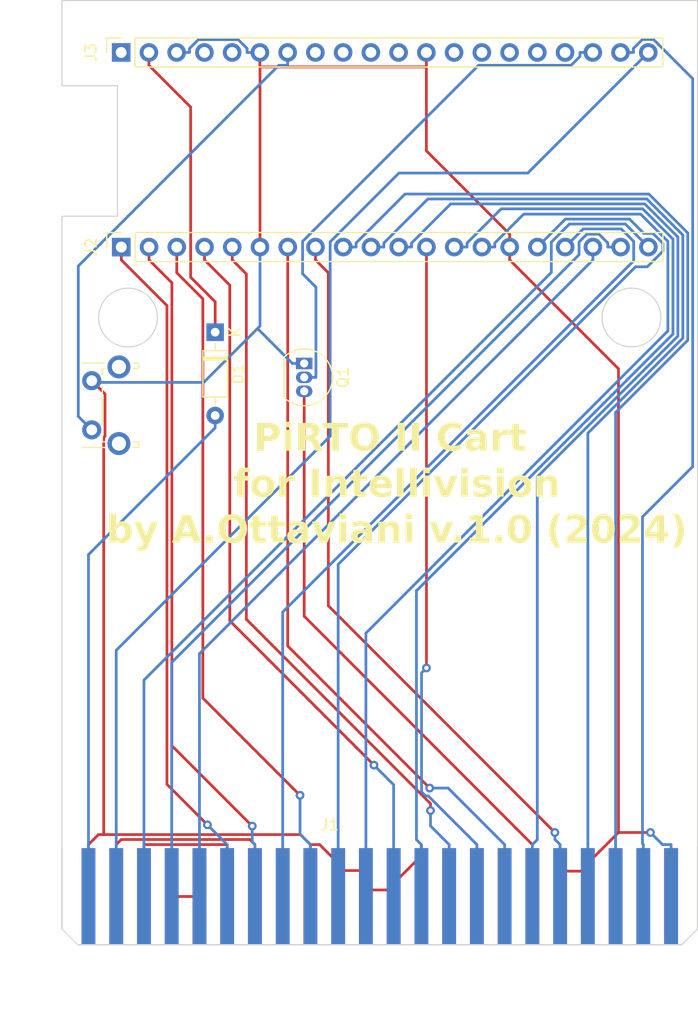
<source format=kicad_pcb>
(kicad_pcb (version 20240108) (generator "pcbnew") (generator_version "8.0")
  (layers (0 "F.Cu" signal) (31 "B.Cu" signal) (34 "B.Paste" user) (35 "F.Paste" user) (36 "B.SilkS" user "B.Silkscreen") (37 "F.SilkS" user "F.Silkscreen") (38 "B.Mask" user) (39 "F.Mask" user) (44 "Edge.Cuts" user))
  (net 0 "")
  (net 1 "+5V")
  (net 2 "GND")
  (net 3 "~{msync'}")
  (net 4 "d7'")
  (net 6 "d8'")
  (net 7 "d6'")
  (net 8 "d9'")
  (net 9 "d5'")
  (net 11 "d10'")
  (net 13 "d4'")
  (net 15 "d11'")
  (net 16 "d3'")
  (net 17 "d12'")
  (net 18 "d13'")
  (net 19 "d2'")
  (net 20 "d14'")
  (net 22 "d1'")
  (net 24 "d0'")
  (net 26 "d15'")
  (net 27 "Net-(J1-Pin_32)")
  (net 28 "bdir'")
  (net 29 "bc2'")
  (net 30 "bc1'")
  (net 31 "Net-(J1-Pin_34)")
  (net 32 "Net-(J1-Pin_36)")
  (net 33 "rst'")
  (net 34 "RST")
  (net 35 "Net-(D1-K)")
  (net 48 "Reset")
  (footprint "Connector_PinSocket_2.54mm:PinSocket_1x20_P2.54mm_Vertical" (layer "F.Cu") (at 94.33 128.55 90)
    (property "Reference" "J2" (at 0 -2.77 -90) (layer "F.SilkS"))
    (property "Value" "Conn_01x20" (hide yes))
    (fp_line (start 1.33 -1.33) (end 1.33 0) (stroke (width 0.12)) (layer "F.SilkS"))
    (fp_line (start 0 -1.33) (end 1.33 -1.33) (stroke (width 0.12)) (layer "F.SilkS"))
    (fp_line (start 1.33 1.27) (end 1.33 49.59) (stroke (width 0.12)) (layer "F.SilkS"))
    (fp_line (start -1.33 1.27) (end 1.33 1.27) (stroke (width 0.12)) (layer "F.SilkS"))
    (fp_line (start -1.33 1.27) (end -1.33 49.59) (stroke (width 0.12)) (layer "F.SilkS"))
    (fp_line (start -1.33 49.59) (end 1.33 49.59) (stroke (width 0.12)) (layer "F.SilkS"))
    (pad "1" thru_hole rect (at 0 0 90) (size 1.7 1.7) (drill 1) (layers "*.Cu" "*.Mask") (net 24 "d0'"))
    (pad "2" thru_hole oval (at 0 2.54 90) (size 1.7 1.7) (drill 1) (layers "*.Cu" "*.Mask") (net 22 "d1'"))
    (pad "3" thru_hole oval (at 0 5.08 90) (size 1.7 1.7) (drill 1) (layers "*.Cu" "*.Mask") (net 19 "d2'"))
    (pad "4" thru_hole oval (at 0 7.62 90) (size 1.7 1.7) (drill 1) (layers "*.Cu" "*.Mask") (net 16 "d3'"))
    (pad "5" thru_hole oval (at 0 10.16 90) (size 1.7 1.7) (drill 1) (layers "*.Cu" "*.Mask") (net 13 "d4'"))
    (pad "6" thru_hole oval (at 0 12.7 90) (size 1.7 1.7) (drill 1) (layers "*.Cu" "*.Mask") (net 2 "GND"))
    (pad "7" thru_hole oval (at 0 15.24 90) (size 1.7 1.7) (drill 1) (layers "*.Cu" "*.Mask") (net 9 "d5'"))
    (pad "8" thru_hole oval (at 0 17.78 90) (size 1.7 1.7) (drill 1) (layers "*.Cu" "*.Mask") (net 7 "d6'"))
    (pad "9" thru_hole oval (at 0 20.32 90) (size 1.7 1.7) (drill 1) (layers "*.Cu" "*.Mask") (net 4 "d7'"))
    (pad "10" thru_hole oval (at 0 22.86 90) (size 1.7 1.7) (drill 1) (layers "*.Cu" "*.Mask") (net 6 "d8'"))
    (pad "11" thru_hole oval (at 0 25.4 90) (size 1.7 1.7) (drill 1) (layers "*.Cu" "*.Mask") (net 8 "d9'"))
    (pad "12" thru_hole oval (at 0 27.94 90) (size 1.7 1.7) (drill 1) (layers "*.Cu" "*.Mask") (net 11 "d10'"))
    (pad "13" thru_hole oval (at 0 30.48 90) (size 1.7 1.7) (drill 1) (layers "*.Cu" "*.Mask") (net 15 "d11'"))
    (pad "14" thru_hole oval (at 0 33.02 90) (size 1.7 1.7) (drill 1) (layers "*.Cu" "*.Mask") (net 17 "d12'"))
    (pad "15" thru_hole oval (at 0 35.56 90) (size 1.7 1.7) (drill 1) (layers "*.Cu" "*.Mask") (net 2 "GND"))
    (pad "16" thru_hole oval (at 0 38.1 90) (size 1.7 1.7) (drill 1) (layers "*.Cu" "*.Mask") (net 18 "d13'"))
    (pad "17" thru_hole oval (at 0 40.64 90) (size 1.7 1.7) (drill 1) (layers "*.Cu" "*.Mask") (net 20 "d14'"))
    (pad "18" thru_hole oval (at 0 43.18 90) (size 1.7 1.7) (drill 1) (layers "*.Cu" "*.Mask") (net 26 "d15'"))
    (pad "19" thru_hole oval (at 0 45.72 90) (size 1.7 1.7) (drill 1) (layers "*.Cu" "*.Mask") (net 28 "bdir'"))
    (pad "20" thru_hole oval (at 0 48.26 90) (size 1.7 1.7) (drill 1) (layers "*.Cu" "*.Mask") (net 29 "bc2'"))
  )
  (footprint "Connector_PinSocket_2.54mm:PinSocket_1x20_P2.54mm_Vertical" (layer "F.Cu") (at 94.32 110.75 90)
    (property "Reference" "J3" (at 0 -2.77 -90) (layer "F.SilkS"))
    (property "Value" "Conn_01x20" (hide yes))
    (fp_line (start 1.33 -1.33) (end 1.33 0) (stroke (width 0.12)) (layer "F.SilkS"))
    (fp_line (start 0 -1.33) (end 1.33 -1.33) (stroke (width 0.12)) (layer "F.SilkS"))
    (fp_line (start 1.33 1.27) (end 1.33 49.59) (stroke (width 0.12)) (layer "F.SilkS"))
    (fp_line (start -1.33 1.27) (end 1.33 1.27) (stroke (width 0.12)) (layer "F.SilkS"))
    (fp_line (start -1.33 1.27) (end -1.33 49.59) (stroke (width 0.12)) (layer "F.SilkS"))
    (fp_line (start -1.33 49.59) (end 1.33 49.59) (stroke (width 0.12)) (layer "F.SilkS"))
    (pad "1" thru_hole rect (at 0 0 90) (size 1.7 1.7) (drill 1) (layers "*.Cu" "*.Mask"))
    (pad "2" thru_hole oval (at 0 2.54 90) (size 1.7 1.7) (drill 1) (layers "*.Cu" "*.Mask") (net 35 "Net-(D1-K)"))
    (pad "3" thru_hole oval (at 0 5.08 90) (size 1.7 1.7) (drill 1) (layers "*.Cu" "*.Mask") (net 2 "GND"))
    (pad "4" thru_hole oval (at 0 7.62 90) (size 1.7 1.7) (drill 1) (layers "*.Cu" "*.Mask"))
    (pad "5" thru_hole oval (at 0 10.16 90) (size 1.7 1.7) (drill 1) (layers "*.Cu" "*.Mask"))
    (pad "6" thru_hole oval (at 0 12.7 90) (size 1.7 1.7) (drill 1) (layers "*.Cu" "*.Mask") (net 2 "GND"))
    (pad "7" thru_hole oval (at 0 15.24 90) (size 1.7 1.7) (drill 1) (layers "*.Cu" "*.Mask") (net 34 "RST"))
    (pad "8" thru_hole oval (at 0 17.78 90) (size 1.7 1.7) (drill 1) (layers "*.Cu" "*.Mask"))
    (pad "9" thru_hole oval (at 0 20.32 90) (size 1.7 1.7) (drill 1) (layers "*.Cu" "*.Mask"))
    (pad "10" thru_hole oval (at 0 22.86 90) (size 1.7 1.7) (drill 1) (layers "*.Cu" "*.Mask"))
    (pad "11" thru_hole oval (at 0 25.4 90) (size 1.7 1.7) (drill 1) (layers "*.Cu" "*.Mask"))
    (pad "12" thru_hole oval (at 0 27.94 90) (size 1.7 1.7) (drill 1) (layers "*.Cu" "*.Mask") (net 2 "GND"))
    (pad "13" thru_hole oval (at 0 30.48 90) (size 1.7 1.7) (drill 1) (layers "*.Cu" "*.Mask"))
    (pad "14" thru_hole oval (at 0 33.02 90) (size 1.7 1.7) (drill 1) (layers "*.Cu" "*.Mask"))
    (pad "15" thru_hole oval (at 0 35.56 90) (size 1.7 1.7) (drill 1) (layers "*.Cu" "*.Mask"))
    (pad "16" thru_hole oval (at 0 38.1 90) (size 1.7 1.7) (drill 1) (layers "*.Cu" "*.Mask"))
    (pad "17" thru_hole oval (at 0 40.64 90) (size 1.7 1.7) (drill 1) (layers "*.Cu" "*.Mask"))
    (pad "18" thru_hole oval (at 0 43.18 90) (size 1.7 1.7) (drill 1) (layers "*.Cu" "*.Mask") (net 48 "Reset"))
    (pad "19" thru_hole oval (at 0 45.72 90) (size 1.7 1.7) (drill 1) (layers "*.Cu" "*.Mask") (net 3 "~{msync'}"))
    (pad "20" thru_hole oval (at 0 48.26 90) (size 1.7 1.7) (drill 1) (layers "*.Cu" "*.Mask") (net 30 "bc1'"))
  )
  (footprint "Diode_THT:D_DO-35_SOD27_P7.62mm_Horizontal" (layer "F.Cu") (at 102.925 136.34 -90)
    (property "Reference" "D1" (at 3.81 -2.12 90) (layer "F.SilkS"))
    (property "Value" "Diode " (hide yes))
    (fp_line (start 1.69 1.12) (end 5.93 1.12) (stroke (width 0.12)) (layer "F.SilkS"))
    (fp_line (start 5.93 1.12) (end 5.93 -1.12) (stroke (width 0.12)) (layer "F.SilkS"))
    (fp_line (start 1.04 0) (end 1.69 0) (stroke (width 0.12)) (layer "F.SilkS"))
    (fp_line (start 6.58 0) (end 5.93 0) (stroke (width 0.12)) (layer "F.SilkS"))
    (fp_line (start 1.69 -1.12) (end 1.69 1.12) (stroke (width 0.12)) (layer "F.SilkS"))
    (fp_line (start 2.29 -1.12) (end 2.29 1.12) (stroke (width 0.12)) (layer "F.SilkS"))
    (fp_line (start 2.41 -1.12) (end 2.41 1.12) (stroke (width 0.12)) (layer "F.SilkS"))
    (fp_line (start 2.53 -1.12) (end 2.53 1.12) (stroke (width 0.12)) (layer "F.SilkS"))
    (fp_line (start 5.93 -1.12) (end 1.69 -1.12) (stroke (width 0.12)) (layer "F.SilkS"))
    (fp_text user "K" (at 0 -1.8 90) (layer "F.SilkS"))
    (pad "1" thru_hole rect (at 0 0 270) (size 1.6 1.6) (drill 0.8) (layers "*.Cu" "*.Mask") (net 35 "Net-(D1-K)"))
    (pad "2" thru_hole oval (at 7.62 0 270) (size 1.6 1.6) (drill 0.8) (layers "*.Cu" "*.Mask") (net 1 "+5V"))
  )
  (footprint "Package_TO_SOT_THT:TO-92_Inline" (layer "F.Cu") (at 111.075 139.2 -90)
    (property "Reference" "Q1" (at 1.27 -3.56 90) (layer "F.SilkS"))
    (property "Value" "BC547")
    (fp_line (start -0.53 1.85) (end 3.07 1.85) (stroke (width 0.12)) (layer "F.SilkS"))
    (fp_arc (start -0.568478 1.838478) (mid -1.132087 -0.994977) (end 1.27 -2.6) (stroke (width 0.12)) (layer "F.SilkS"))
    (fp_arc (start 1.27 -2.6) (mid 3.672087 -0.994977) (end 3.108478 1.838478) (stroke (width 0.12)) (layer "F.SilkS"))
    (pad "1" thru_hole rect (at 0 0 270) (size 1.05 1.5) (drill 0.75) (layers "*.Cu" "*.Mask") (net 2 "GND"))
    (pad "2" thru_hole oval (at 1.27 0 270) (size 1.05 1.5) (drill 0.75) (layers "*.Cu" "*.Mask") (net 48 "Reset"))
    (pad "3" thru_hole oval (at 2.54 0 270) (size 1.05 1.5) (drill 0.75) (layers "*.Cu" "*.Mask") (net 33 "rst'"))
  )
  (footprint "Button_Switch_THT:SW_Tactile_SPST_Angled_PTS645Vx83-2LFS" (layer "F.Cu") (at 91.625 145.275 90)
    (property "Reference" "SW1" (hide yes))
    (property "Value" "SW_Push" (hide yes))
    (fp_line (start 6.11 -0.9) (end 6.11 1.2) (stroke (width 0.12)) (layer "F.SilkS"))
    (fp_line (start -1.61 -0.9) (end -1.61 1.2) (stroke (width 0.12)) (layer "F.SilkS"))
    (fp_line (start 5.59 0.97) (end 5.59 1.2) (stroke (width 0.12)) (layer "F.SilkS"))
    (fp_line (start 5.05 0.97) (end 5.59 0.97) (stroke (width 0.12)) (layer "F.SilkS"))
    (fp_line (start 0.55 0.97) (end 3.95 0.97) (stroke (width 0.12)) (layer "F.SilkS"))
    (fp_line (start -1.09 0.97) (end -0.55 0.97) (stroke (width 0.12)) (layer "F.SilkS"))
    (fp_line (start -1.09 0.97) (end -1.09 1.2) (stroke (width 0.12)) (layer "F.SilkS"))
    (fp_line (start 6.11 3.8) (end 6.11 4.31) (stroke (width 0.12)) (layer "F.SilkS"))
    (fp_line (start 5.59 3.8) (end 5.59 4.31) (stroke (width 0.12)) (layer "F.SilkS"))
    (fp_line (start -1.09 3.8) (end -1.09 4.31) (stroke (width 0.12)) (layer "F.SilkS"))
    (fp_line (start -1.61 3.8) (end -1.61 4.31) (stroke (width 0.12)) (layer "F.SilkS"))
    (fp_line (start 5.59 4.31) (end 6.11 4.31) (stroke (width 0.12)) (layer "F.SilkS"))
    (fp_line (start -1.61 4.31) (end -1.09 4.31) (stroke (width 0.12)) (layer "F.SilkS"))
    (pad "" thru_hole circle (at -1.25 2.49 90) (size 2.1 2.1) (drill 1.3) (layers "*.Cu" "*.Mask"))
    (pad "" thru_hole circle (at 5.76 2.49 90) (size 2.1 2.1) (drill 1.3) (layers "*.Cu" "*.Mask"))
    (pad "1" thru_hole circle (at 0 0 90) (size 1.75 1.75) (drill 0.99) (layers "*.Cu" "*.Mask") (net 34 "RST"))
    (pad "2" thru_hole circle (at 4.5 0 90) (size 1.75 1.75) (drill 0.99) (layers "*.Cu" "*.Mask") (net 2 "GND"))
  )
  (footprint "Evan's misc parts:edge mounted 44 pin card edge connector (2x22 pin)" (layer "F.Cu") (at 88.9 183.54)
    (property "Reference" "J1" (at 24.5 -2.14 0) (layer "F.SilkS"))
    (property "Value" "2x22 card edge connector")
    (fp_line (start 0 7.39) (end 0 0) (stroke (width 0.12)) (layer "Edge.Cuts"))
    (fp_line (start 0 7.39) (end 1.45 8.84) (stroke (width 0.12)) (layer "Edge.Cuts"))
    (fp_line (start 56.7414 8.84) (end 1.45 8.84) (stroke (width 0.12)) (layer "Edge.Cuts"))
    (fp_line (start 58.1914 7.39) (end 56.7414 8.84) (stroke (width 0.12)) (layer "Edge.Cuts"))
    (fp_line (start 58.1914 7.39) (end 58.1914 0) (stroke (width 0.12)) (layer "Edge.Cuts"))
    (pad "1" connect rect (at 55.7657 4.42) (size 1.27 8.84) (layers "B.Cu" "B.Mask") (net 2 "GND"))
    (pad "2" connect rect (at 55.7657 4.42) (size 1.27 8.84) (layers "F.Cu" "F.Mask"))
    (pad "3" connect rect (at 53.2257 4.42) (size 1.27 8.84) (layers "B.Cu" "B.Mask") (net 3 "~{msync'}"))
    (pad "4" connect rect (at 53.2257 4.42) (size 1.27 8.84) (layers "F.Cu" "F.Mask"))
    (pad "5" connect rect (at 50.6857 4.42) (size 1.27 8.84) (layers "B.Cu" "B.Mask") (net 4 "d7'"))
    (pad "6" connect rect (at 50.6857 4.42) (size 1.27 8.84) (layers "F.Cu" "F.Mask"))
    (pad "7" connect rect (at 48.1457 4.42) (size 1.27 8.84) (layers "B.Cu" "B.Mask") (net 6 "d8'"))
    (pad "8" connect rect (at 48.1457 4.42) (size 1.27 8.84) (layers "F.Cu" "F.Mask") (net 2 "GND"))
    (pad "9" connect rect (at 45.6057 4.42) (size 1.27 8.84) (layers "B.Cu" "B.Mask") (net 7 "d6'"))
    (pad "10" connect rect (at 45.6057 4.42) (size 1.27 8.84) (layers "F.Cu" "F.Mask") (net 2 "GND"))
    (pad "11" connect rect (at 43.0657 4.42) (size 1.27 8.84) (layers "B.Cu" "B.Mask") (net 8 "d9'"))
    (pad "12" connect rect (at 43.0657 4.42) (size 1.27 8.84) (layers "F.Cu" "F.Mask") (net 33 "rst'"))
    (pad "13" connect rect (at 40.5257 4.42) (size 1.27 8.84) (layers "B.Cu" "B.Mask") (net 9 "d5'"))
    (pad "14" connect rect (at 40.5257 4.42) (size 1.27 8.84) (layers "F.Cu" "F.Mask"))
    (pad "15" connect rect (at 37.9857 4.42) (size 1.27 8.84) (layers "B.Cu" "B.Mask") (net 11 "d10'"))
    (pad "16" connect rect (at 37.9857 4.42) (size 1.27 8.84) (layers "F.Cu" "F.Mask"))
    (pad "17" connect rect (at 35.4457 4.42) (size 1.27 8.84) (layers "B.Cu" "B.Mask") (net 13 "d4'"))
    (pad "18" connect rect (at 35.4457 4.42) (size 1.27 8.84) (layers "F.Cu" "F.Mask"))
    (pad "19" connect rect (at 32.9057 4.42) (size 1.27 8.84) (layers "B.Cu" "B.Mask") (net 15 "d11'"))
    (pad "20" connect rect (at 32.9057 4.42) (size 1.27 8.84) (layers "F.Cu" "F.Mask") (net 2 "GND"))
    (pad "21" connect rect (at 30.3657 4.42) (size 1.27 8.84) (layers "B.Cu" "B.Mask") (net 16 "d3'"))
    (pad "22" connect rect (at 30.3657 4.42) (size 1.27 8.84) (layers "F.Cu" "F.Mask") (net 2 "GND"))
    (pad "23" connect rect (at 27.8257 4.42) (size 1.27 8.84) (layers "B.Cu" "B.Mask") (net 17 "d12'"))
    (pad "24" connect rect (at 27.8257 4.42) (size 1.27 8.84) (layers "F.Cu" "F.Mask") (net 2 "GND"))
    (pad "25" connect rect (at 25.2857 4.42) (size 1.27 8.84) (layers "B.Cu" "B.Mask") (net 18 "d13'"))
    (pad "26" connect rect (at 25.2857 4.42) (size 1.27 8.84) (layers "F.Cu" "F.Mask") (net 2 "GND"))
    (pad "27" connect rect (at 22.7457 4.42) (size 1.27 8.84) (layers "B.Cu" "B.Mask") (net 19 "d2'"))
    (pad "28" connect rect (at 22.7457 4.42) (size 1.27 8.84) (layers "F.Cu" "F.Mask") (net 2 "GND"))
    (pad "29" connect rect (at 20.2057 4.42) (size 1.27 8.84) (layers "B.Cu" "B.Mask") (net 20 "d14'"))
    (pad "30" connect rect (at 20.2057 4.42) (size 1.27 8.84) (layers "F.Cu" "F.Mask"))
    (pad "31" connect rect (at 17.6657 4.42) (size 1.27 8.84) (layers "B.Cu" "B.Mask") (net 22 "d1'"))
    (pad "32" connect rect (at 17.6657 4.42) (size 1.27 8.84) (layers "F.Cu" "F.Mask") (net 27 "Net-(J1-Pin_32)"))
    (pad "33" connect rect (at 15.1257 4.42) (size 1.27 8.84) (layers "B.Cu" "B.Mask") (net 24 "d0'"))
    (pad "34" connect rect (at 15.1257 4.42) (size 1.27 8.84) (layers "F.Cu" "F.Mask") (net 31 "Net-(J1-Pin_34)"))
    (pad "35" connect rect (at 12.5857 4.42) (size 1.27 8.84) (layers "B.Cu" "B.Mask") (net 26 "d15'"))
    (pad "36" connect rect (at 12.5857 4.42) (size 1.27 8.84) (layers "F.Cu" "F.Mask") (net 32 "Net-(J1-Pin_36)"))
    (pad "37" connect rect (at 10.0457 4.42) (size 1.27 8.84) (layers "B.Cu" "B.Mask") (net 28 "bdir'"))
    (pad "38" connect rect (at 10.0457 4.42) (size 1.27 8.84) (layers "F.Cu" "F.Mask") (net 32 "Net-(J1-Pin_36)"))
    (pad "39" connect rect (at 7.5057 4.42) (size 1.27 8.84) (layers "B.Cu" "B.Mask") (net 29 "bc2'"))
    (pad "40" connect rect (at 7.5057 4.42) (size 1.27 8.84) (layers "F.Cu" "F.Mask") (net 31 "Net-(J1-Pin_34)"))
    (pad "41" connect rect (at 4.9657 4.42) (size 1.27 8.84) (layers "B.Cu" "B.Mask") (net 30 "bc1'"))
    (pad "42" connect rect (at 4.9657 4.42) (size 1.27 8.84) (layers "F.Cu" "F.Mask") (net 27 "Net-(J1-Pin_32)"))
    (pad "43" connect rect (at 2.4257 4.42) (size 1.27 8.84) (layers "B.Cu" "B.Mask") (net 1 "+5V"))
    (pad "44" connect rect (at 2.4257 4.42) (size 1.27 8.84) (layers "F.Cu" "F.Mask") (net 2 "GND"))
  )
  (gr_line (start 88.9 113.792) (end 93.98 113.792) (stroke (width 0.1)) (layer "Edge.Cuts"))
  (gr_line (start 147.0914 183.54) (end 147.0914 106) (stroke (width 0.1)) (layer "Edge.Cuts"))
  (gr_circle (center 94.94866 135) (end 97.63696 135) (stroke (width 0.1)) (fill none) (layer "Edge.Cuts"))
  (gr_line (start 88.9 125.73) (end 88.9 183.54) (stroke (width 0.1)) (layer "Edge.Cuts"))
  (gr_line (start 88.9 106) (end 88.9 113.792) (stroke (width 0.1)) (layer "Edge.Cuts"))
  (gr_circle (center 141.04274 135) (end 143.73104 135) (stroke (width 0.1)) (fill none) (layer "Edge.Cuts"))
  (gr_line (start 93.98 113.792) (end 93.98 125.73) (stroke (width 0.1)) (layer "Edge.Cuts"))
  (gr_line (start 93.98 125.73) (end 88.9 125.73) (stroke (width 0.1)) (layer "Edge.Cuts"))
  (gr_line (start 147.0914 106) (end 88.9 106) (stroke (width 0.1)) (layer "Edge.Cuts"))
  (gr_text "PiRTO II Cart \nfor Intellivision\nby A.Ottaviani v.1.0 (2024)" (at 119.55 150.35 0) (layer "F.SilkS") (effects (font (size 2.5 2.5) (thickness 0.5) (bold yes))))
  (segment (start 91.3257 187.96) (end 91.3257 156.686) (width 0.25) (layer "B.Cu") (net 1))
  (segment (start 91.3257 156.686) (end 102.925 145.0867) (width 0.25) (layer "B.Cu") (net 1))
  (segment (start 102.925 143.96) (end 102.925 145.0867) (width 0.25) (layer "B.Cu") (net 1))
  (segment (start 122.26 112.073) (end 107.03 112.073) (width 0.25) (layer "F.Cu") (net 2))
  (segment (start 116.7257 185.5866) (end 114.1857 185.5866) (width 0.25) (layer "F.Cu") (net 2))
  (segment (start 119.2657 187.3645) (end 119.2657 186.769) (width 0.25) (layer "F.Cu") (net 2))
  (segment (start 122.26 111.8133) (end 122.26 112.073) (width 0.25) (layer "F.Cu") (net 2))
  (segment (start 129.89 128.55) (end 129.89 127.3733) (width 0.25) (layer "F.Cu") (net 2))
  (segment (start 122.26 110.75) (end 122.26 111.8133) (width 0.25) (layer "F.Cu") (net 2))
  (segment (start 111.6457 187.96) (end 111.6457 183.2133) (width 0.25) (layer "F.Cu") (net 2))
  (segment (start 110.7303 182.2979) (end 92.7221 182.2979) (width 0.25) (layer "F.Cu") (net 2))
  (segment (start 119.2657 186.769) (end 121.8056 184.2291) (width 0.25) (layer "F.Cu") (net 2))
  (segment (start 112.4872 183.2133) (end 111.6457 183.2133) (width 0.25) (layer "F.Cu") (net 2))
  (segment (start 107.03 127.3733) (end 107.03 112.073) (width 0.25) (layer "F.Cu") (net 2))
  (segment (start 121.8056 184.2291) (end 121.8056 183.3099) (width 0.25) (layer "F.Cu") (net 2))
  (segment (start 114.1857 184.9118) (end 112.4872 183.2133) (width 0.25) (layer "F.Cu") (net 2))
  (segment (start 139.8508 182.1067) (end 137.0457 184.9118) (width 0.25) (layer "F.Cu") (net 2))
  (segment (start 122.26 112.073) (end 122.26 119.7433) (width 0.25) (layer "F.Cu") (net 2))
  (segment (start 119.2657 187.3645) (end 116.7257 187.3645) (width 0.25) (layer "F.Cu") (net 2))
  (segment (start 111.6457 183.2133) (end 110.7303 182.2979) (width 0.25) (layer "F.Cu") (net 2))
  (segment (start 122.26 119.7433) (end 129.89 127.3733) (width 0.25) (layer "F.Cu") (net 2))
  (segment (start 142.775 182.1067) (end 139.8508 182.1067) (width 0.25) (layer "F.Cu") (net 2))
  (segment (start 137.0457 185.6433) (end 134.5057 185.6433) (width 0.25) (layer "F.Cu") (net 2))
  (segment (start 121.8056 183.3099) (end 121.8057 183.3099) (width 0.25) (layer "F.Cu") (net 2))
  (segment (start 92.2411 182.2979) (end 91.3257 183.2133) (width 0.25) (layer "F.Cu") (net 2))
  (segment (start 114.1857 187.96) (end 114.1857 185.5866) (width 0.25) (layer "F.Cu") (net 2))
  (segment (start 139.8508 139.6875) (end 139.8508 182.1067) (width 0.25) (layer "F.Cu") (net 2))
  (segment (start 107.03 128.55) (end 107.03 127.3733) (width 0.25) (layer "F.Cu") (net 2))
  (segment (start 137.0457 184.9118) (end 137.0457 185.6433) (width 0.25) (layer "F.Cu") (net 2))
  (segment (start 119.2657 187.96) (end 119.2657 187.3645) (width 0.25) (layer "F.Cu") (net 2))
  (segment (start 107.02 112.063) (end 107.02 110.75) (width 0.25) (layer "F.Cu") (net 2))
  (segment (start 134.5057 187.96) (end 134.5057 185.6433) (width 0.25) (layer "F.Cu") (net 2))
  (segment (start 114.1857 185.5866) (end 114.1857 184.9118) (width 0.25) (layer "F.Cu") (net 2))
  (segment (start 92.7221 145.9709) (end 92.8411 145.8519) (width 0.25) (layer "F.Cu") (net 2))
  (segment (start 129.89 129.7267) (end 139.8508 139.6875) (width 0.25) (layer "F.Cu") (net 2))
  (segment (start 121.8057 187.96) (end 121.8057 183.3099) (width 0.25) (layer "F.Cu") (net 2))
  (segment (start 137.0457 185.6433) (end 137.0457 187.96) (width 0.25) (layer "F.Cu") (net 2))
  (segment (start 129.89 128.55) (end 129.89 129.7267) (width 0.25) (layer "F.Cu") (net 2))
  (segment (start 116.7257 187.3645) (end 116.7257 185.5866) (width 0.25) (layer "F.Cu") (net 2))
  (segment (start 92.7221 182.2979) (end 92.7221 145.9709) (width 0.25) (layer "F.Cu") (net 2))
  (segment (start 91.3257 187.96) (end 91.3257 183.2133) (width 0.25) (layer "F.Cu") (net 2))
  (segment (start 92.8411 141.9911) (end 91.625 140.775) (width 0.25) (layer "F.Cu") (net 2))
  (segment (start 107.03 112.073) (end 107.02 112.063) (width 0.25) (layer "F.Cu") (net 2))
  (segment (start 116.7257 187.96) (end 116.7257 187.3645) (width 0.25) (layer "F.Cu") (net 2))
  (segment (start 92.7221 182.2979) (end 92.2411 182.2979) (width 0.25) (layer "F.Cu") (net 2))
  (segment (start 92.8411 145.8519) (end 92.8411 141.9911) (width 0.25) (layer "F.Cu") (net 2))
  (via (at 142.775 182.1067) (size 0.8) (drill 0.4) (layers "F.Cu" "B.Cu") (net 2))
  (segment (start 144.6657 187.96) (end 144.6657 183.2133) (width 0.25) (layer "B.Cu") (net 2))
  (segment (start 107.02 110.75) (end 105.8433 110.75) (width 0.25) (layer "B.Cu") (net 2))
  (segment (start 106.8041 136.0057) (end 109.9983 139.2) (width 0.25) (layer "B.Cu") (net 2))
  (segment (start 105.0343 109.5733) (end 101.3856 109.5733) (width 0.25) (layer "B.Cu") (net 2))
  (segment (start 107.03 135.7798) (end 107.03 128.55) (width 0.25) (layer "B.Cu") (net 2))
  (segment (start 143.8816 183.2133) (end 142.775 182.1067) (width 0.25) (layer "B.Cu") (net 2))
  (segment (start 101.3856 109.5733) (end 100.5767 110.3822) (width 0.25) (layer "B.Cu") (net 2))
  (segment (start 99.4 110.75) (end 100.5767 110.75) (width 0.25) (layer "B.Cu") (net 2))
  (segment (start 105.8433 110.3823) (end 105.0343 109.5733) (width 0.25) (layer "B.Cu") (net 2))
  (segment (start 91.625 140.775) (end 91.7792 140.9292) (width 0.25) (layer "B.Cu") (net 2))
  (segment (start 144.6657 183.2133) (end 143.8816 183.2133) (width 0.25) (layer "B.Cu") (net 2))
  (segment (start 100.5767 110.3822) (end 100.5767 110.75) (width 0.25) (layer "B.Cu") (net 2))
  (segment (start 111.075 139.2) (end 109.9983 139.2) (width 0.25) (layer "B.Cu") (net 2))
  (segment (start 106.8041 136.0057) (end 107.03 135.7798) (width 0.25) (layer "B.Cu") (net 2))
  (segment (start 91.7792 140.9292) (end 101.8806 140.9292) (width 0.25) (layer "B.Cu") (net 2))
  (segment (start 105.8433 110.75) (end 105.8433 110.3823) (width 0.25) (layer "B.Cu") (net 2))
  (segment (start 101.8806 140.9292) (end 106.8041 136.0057) (width 0.25) (layer "B.Cu") (net 2))
  (segment (start 143.0614 109.5631) (end 142.0378 109.5631) (width 0.25) (layer "B.Cu") (net 3))
  (segment (start 146.6451 148.6321) (end 146.6451 113.1468) (width 0.25) (layer "B.Cu") (net 3))
  (segment (start 142.0378 109.5631) (end 141.2167 110.3842) (width 0.25) (layer "B.Cu") (net 3))
  (segment (start 146.6451 113.1468) (end 143.0614 109.5631) (width 0.25) (layer "B.Cu") (net 3))
  (segment (start 142.1257 187.96) (end 142.1257 183.2133) (width 0.25) (layer "B.Cu") (net 3))
  (segment (start 142.1257 183.2133) (end 142.0483 183.1359) (width 0.25) (layer "B.Cu") (net 3))
  (segment (start 142.0483 183.1359) (end 142.0483 153.2289) (width 0.25) (layer "B.Cu") (net 3))
  (segment (start 140.04 110.75) (end 141.2167 110.75) (width 0.25) (layer "B.Cu") (net 3))
  (segment (start 142.0483 153.2289) (end 146.6451 148.6321) (width 0.25) (layer "B.Cu") (net 3))
  (segment (start 141.2167 110.3842) (end 141.2167 110.75) (width 0.25) (layer "B.Cu") (net 3))
  (segment (start 142.6307 123.7004) (end 146.1934 127.2631) (width 0.25) (layer "B.Cu") (net 4))
  (segment (start 146.1934 137.072) (end 139.5857 143.6797) (width 0.25) (layer "B.Cu") (net 4))
  (segment (start 139.5857 143.6797) (end 139.5857 183.2133) (width 0.25) (layer "B.Cu") (net 4))
  (segment (start 146.1934 127.2631) (end 146.1934 137.072) (width 0.25) (layer "B.Cu") (net 4))
  (segment (start 115.8267 128.1823) (end 120.3086 123.7004) (width 0.25) (layer "B.Cu") (net 4))
  (segment (start 115.8267 128.55) (end 115.8267 128.1823) (width 0.25) (layer "B.Cu") (net 4))
  (segment (start 120.3086 123.7004) (end 142.6307 123.7004) (width 0.25) (layer "B.Cu") (net 4))
  (segment (start 139.5857 187.96) (end 139.5857 183.2133) (width 0.25) (layer "B.Cu") (net 4))
  (segment (start 114.65 128.55) (end 115.8267 128.55) (width 0.25) (layer "B.Cu") (net 4))
  (segment (start 118.3667 128.1822) (end 118.3667 128.55) (width 0.25) (layer "B.Cu") (net 6))
  (segment (start 137.0457 187.96) (end 137.0457 183.2133) (width 0.25) (layer "B.Cu") (net 6))
  (segment (start 142.4436 124.1521) (end 122.3968 124.1521) (width 0.25) (layer "B.Cu") (net 6))
  (segment (start 145.7417 127.4502) (end 142.4436 124.1521) (width 0.25) (layer "B.Cu") (net 6))
  (segment (start 145.7417 136.8849) (end 145.7417 127.4502) (width 0.25) (layer "B.Cu") (net 6))
  (segment (start 137.0457 145.5809) (end 145.7417 136.8849) (width 0.25) (layer "B.Cu") (net 6))
  (segment (start 137.0457 183.2133) (end 137.0457 145.5809) (width 0.25) (layer "B.Cu") (net 6))
  (segment (start 117.19 128.55) (end 118.3667 128.55) (width 0.25) (layer "B.Cu") (net 6))
  (segment (start 122.3968 124.1521) (end 118.3667 128.1822) (width 0.25) (layer "B.Cu") (net 6))
  (segment (start 113.2867 161.3654) (end 113.2867 130.9034) (width 0.25) (layer "F.Cu") (net 7))
  (segment (start 134.028 182.1067) (end 113.2867 161.3654) (width 0.25) (layer "F.Cu") (net 7))
  (segment (start 112.11 128.55) (end 112.11 129.7267) (width 0.25) (layer "F.Cu") (net 7))
  (segment (start 113.2867 130.9034) (end 112.11 129.7267) (width 0.25) (layer "F.Cu") (net 7))
  (via (at 134.028 182.1067) (size 0.8) (drill 0.4) (layers "F.Cu" "B.Cu") (net 7))
  (segment (start 134.5057 187.96) (end 134.5057 183.2133) (width 0.25) (layer "B.Cu") (net 7))
  (segment (start 134.028 182.7356) (end 134.028 182.1067) (width 0.25) (layer "B.Cu") (net 7))
  (segment (start 134.5057 183.2133) (end 134.028 182.7356) (width 0.25) (layer "B.Cu") (net 7))
  (segment (start 119.73 128.55) (end 120.9067 128.55) (width 0.25) (layer "B.Cu") (net 8))
  (segment (start 124.4851 124.6038) (end 120.9067 128.1822) (width 0.25) (layer "B.Cu") (net 8))
  (segment (start 131.9657 183.2133) (end 132.4174 182.7616) (width 0.25) (layer "B.Cu") (net 8))
  (segment (start 132.4174 182.7616) (end 132.4174 149.5704) (width 0.25) (layer "B.Cu") (net 8))
  (segment (start 132.4174 149.5704) (end 145.29 136.6978) (width 0.25) (layer "B.Cu") (net 8))
  (segment (start 142.2565 124.6038) (end 124.4851 124.6038) (width 0.25) (layer "B.Cu") (net 8))
  (segment (start 120.9067 128.1822) (end 120.9067 128.55) (width 0.25) (layer "B.Cu") (net 8))
  (segment (start 145.29 136.6978) (end 145.29 127.6373) (width 0.25) (layer "B.Cu") (net 8))
  (segment (start 131.9657 187.96) (end 131.9657 183.2133) (width 0.25) (layer "B.Cu") (net 8))
  (segment (start 145.29 127.6373) (end 142.2565 124.6038) (width 0.25) (layer "B.Cu") (net 8))
  (segment (start 109.57 128.55) (end 109.57 165.0472) (width 0.25) (layer "F.Cu") (net 9))
  (segment (start 109.57 165.0472) (end 122.5644 178.0416) (width 0.25) (layer "F.Cu") (net 9))
  (via (at 122.5644 178.0416) (size 0.8) (drill 0.4) (layers "F.Cu" "B.Cu") (net 9))
  (segment (start 129.4257 183.2133) (end 124.254 178.0416) (width 0.25) (layer "B.Cu") (net 9))
  (segment (start 129.4257 187.96) (end 129.4257 183.2133) (width 0.25) (layer "B.Cu") (net 9))
  (segment (start 124.254 178.0416) (end 122.5644 178.0416) (width 0.25) (layer "B.Cu") (net 9))
  (segment (start 122.27 167.0568) (end 122.27 128.55) (width 0.25) (layer "F.Cu") (net 11))
  (via (at 122.27 167.0568) (size 0.8) (drill 0.4) (layers "F.Cu" "B.Cu") (net 11))
  (segment (start 126.8857 183.2133) (end 122.4408 178.7684) (width 0.25) (layer "B.Cu") (net 11))
  (segment (start 122.4408 178.7684) (end 122.1999 178.7684) (width 0.25) (layer "B.Cu") (net 11))
  (segment (start 121.8217 178.3902) (end 121.8217 167.5051) (width 0.25) (layer "B.Cu") (net 11))
  (segment (start 126.8857 187.96) (end 126.8857 183.2133) (width 0.25) (layer "B.Cu") (net 11))
  (segment (start 121.8217 167.5051) (end 122.27 167.0568) (width 0.25) (layer "B.Cu") (net 11))
  (segment (start 122.1999 178.7684) (end 121.8217 178.3902) (width 0.25) (layer "B.Cu") (net 11))
  (segment (start 104.49 128.55) (end 104.49 129.7267) (width 0.25) (layer "F.Cu") (net 13))
  (segment (start 104.49 129.7267) (end 105.7784 131.0151) (width 0.25) (layer "F.Cu") (net 13))
  (segment (start 122.6405 179.4605) (end 122.6405 180.1016) (width 0.25) (layer "F.Cu") (net 13))
  (segment (start 105.7784 131.0151) (end 105.7784 162.5984) (width 0.25) (layer "F.Cu") (net 13))
  (segment (start 105.7784 162.5984) (end 122.6405 179.4605) (width 0.25) (layer "F.Cu") (net 13))
  (via (at 122.6405 180.1016) (size 0.8) (drill 0.4) (layers "F.Cu" "B.Cu") (net 13))
  (segment (start 122.6406 181.5082) (end 122.6406 180.1016) (width 0.25) (layer "B.Cu") (net 13))
  (segment (start 122.6406 180.1016) (end 122.6405 180.1016) (width 0.25) (layer "B.Cu") (net 13))
  (segment (start 124.3457 183.2133) (end 122.6406 181.5082) (width 0.25) (layer "B.Cu") (net 13))
  (segment (start 124.3457 187.96) (end 124.3457 183.2133) (width 0.25) (layer "B.Cu") (net 13))
  (segment (start 121.3525 159.9965) (end 121.3525 182.7601) (width 0.25) (layer "B.Cu") (net 15))
  (segment (start 144.8383 136.5107) (end 121.3525 159.9965) (width 0.25) (layer "B.Cu") (net 15))
  (segment (start 121.8057 187.96) (end 121.8057 183.2133) (width 0.25) (layer "B.Cu") (net 15))
  (segment (start 142.0694 125.0555) (end 144.8383 127.8244) (width 0.25) (layer "B.Cu") (net 15))
  (segment (start 125.9867 128.1822) (end 129.1134 125.0555) (width 0.25) (layer "B.Cu") (net 15))
  (segment (start 129.1134 125.0555) (end 142.0694 125.0555) (width 0.25) (layer "B.Cu") (net 15))
  (segment (start 121.3525 182.7601) (end 121.8057 183.2133) (width 0.25) (layer "B.Cu") (net 15))
  (segment (start 144.8383 127.8244) (end 144.8383 136.5107) (width 0.25) (layer "B.Cu") (net 15))
  (segment (start 125.9867 128.55) (end 125.9867 128.1822) (width 0.25) (layer "B.Cu") (net 15))
  (segment (start 124.81 128.55) (end 125.9867 128.55) (width 0.25) (layer "B.Cu") (net 15))
  (segment (start 117.4629 175.9422) (end 104.265 162.7443) (width 0.25) (layer "F.Cu") (net 16))
  (segment (start 101.95 128.55) (end 101.95 129.7267) (width 0.25) (layer "F.Cu") (net 16))
  (segment (start 104.265 132.0417) (end 101.95 129.7267) (width 0.25) (layer "F.Cu") (net 16))
  (segment (start 104.265 162.7443) (end 104.265 132.0417) (width 0.25) (layer "F.Cu") (net 16))
  (via (at 117.4629 175.9422) (size 0.8) (drill 0.4) (layers "F.Cu" "B.Cu") (net 16))
  (segment (start 119.2657 177.745) (end 117.4629 175.9422) (width 0.25) (layer "B.Cu") (net 16))
  (segment (start 119.2657 187.96) (end 119.2657 177.745) (width 0.25) (layer "B.Cu") (net 16))
  (segment (start 141.883 125.54) (end 144.375 128.032) (width 0.25) (layer "B.Cu") (net 17))
  (segment (start 128.5267 128.55) (end 128.5267 128.1822) (width 0.25) (layer "B.Cu") (net 17))
  (segment (start 131.1689 125.54) (end 141.883 125.54) (width 0.25) (layer "B.Cu") (net 17))
  (segment (start 116.7257 163.8719) (end 116.7257 187.96) (width 0.25) (layer "B.Cu") (net 17))
  (segment (start 144.375 128.032) (end 144.375 136.2226) (width 0.25) (layer "B.Cu") (net 17))
  (segment (start 144.375 136.2226) (end 116.7257 163.8719) (width 0.25) (layer "B.Cu") (net 17))
  (segment (start 128.5267 128.1822) (end 131.1689 125.54) (width 0.25) (layer "B.Cu") (net 17))
  (segment (start 127.35 128.55) (end 128.5267 128.55) (width 0.25) (layer "B.Cu") (net 17))
  (segment (start 143.9156 128.9313) (end 142.4914 130.3555) (width 0.25) (layer "B.Cu") (net 18))
  (segment (start 114.1857 157.5854) (end 114.1857 187.96) (width 0.25) (layer "B.Cu") (net 18))
  (segment (start 141.4156 130.3555) (end 114.1857 157.5854) (width 0.25) (layer "B.Cu") (net 18))
  (segment (start 142.4914 130.3555) (end 141.4156 130.3555) (width 0.25) (layer "B.Cu") (net 18))
  (segment (start 143.9156 128.2114) (end 143.9156 128.9313) (width 0.25) (layer "B.Cu") (net 18))
  (segment (start 142.9983 127.2941) (end 143.9156 128.2114) (width 0.25) (layer "B.Cu") (net 18))
  (segment (start 140.8618 125.9917) (end 142.1642 127.2941) (width 0.25) (layer "B.Cu") (net 18))
  (segment (start 132.43 128.55) (end 134.9883 125.9917) (width 0.25) (layer "B.Cu") (net 18))
  (segment (start 134.9883 125.9917) (end 140.8618 125.9917) (width 0.25) (layer "B.Cu") (net 18))
  (segment (start 142.1642 127.2941) (end 142.9983 127.2941) (width 0.25) (layer "B.Cu") (net 18))
  (segment (start 101.7983 169.8102) (end 101.7983 133.2928) (width 0.25) (layer "F.Cu") (net 19))
  (segment (start 99.41 130.9045) (end 99.41 128.55) (width 0.25) (layer "F.Cu") (net 19))
  (segment (start 101.7983 133.2928) (end 99.41 130.9045) (width 0.25) (layer "F.Cu") (net 19))
  (segment (start 110.6938 178.7057) (end 101.7983 169.8102) (width 0.25) (layer "F.Cu") (net 19))
  (via (at 110.6938 178.7057) (size 0.8) (drill 0.4) (layers "F.Cu" "B.Cu") (net 19))
  (segment (start 110.6938 182.2614) (end 110.6938 178.7057) (width 0.25) (layer "B.Cu") (net 19))
  (segment (start 111.6457 187.96) (end 111.6457 183.2133) (width 0.25) (layer "B.Cu") (net 19))
  (segment (start 111.6457 183.2133) (end 110.6938 182.2614) (width 0.25) (layer "B.Cu") (net 19))
  (segment (start 141.2426 128.0324) (end 141.2426 129.81) (width 0.25) (layer "B.Cu") (net 20))
  (segment (start 134.97 128.55) (end 136.6249 126.8951) (width 0.25) (layer "B.Cu") (net 20))
  (segment (start 109.1057 161.9469) (end 109.1057 187.96) (width 0.25) (layer "B.Cu") (net 20))
  (segment (start 136.6249 126.8951) (end 140.1053 126.8951) (width 0.25) (layer "B.Cu") (net 20))
  (segment (start 141.2426 129.81) (end 109.1057 161.9469) (width 0.25) (layer "B.Cu") (net 20))
  (segment (start 140.1053 126.8951) (end 141.2426 128.0324) (width 0.25) (layer "B.Cu") (net 20))
  (segment (start 106.3176 181.5201) (end 98.9612 174.1637) (width 0.25) (layer "F.Cu") (net 22))
  (segment (start 98.9612 131.8179) (end 96.87 129.7267) (width 0.25) (layer "F.Cu") (net 22))
  (segment (start 98.9612 174.1637) (end 98.9612 131.8179) (width 0.25) (layer "F.Cu") (net 22))
  (segment (start 96.87 128.55) (end 96.87 129.7267) (width 0.25) (layer "F.Cu") (net 22))
  (via (at 106.3176 181.5201) (size 0.8) (drill 0.4) (layers "F.Cu" "B.Cu") (net 22))
  (segment (start 106.3176 182.9652) (end 106.3176 181.5201) (width 0.25) (layer "B.Cu") (net 22))
  (segment (start 106.5657 187.96) (end 106.5657 183.2133) (width 0.25) (layer "B.Cu") (net 22))
  (segment (start 106.5657 183.2133) (end 106.3176 182.9652) (width 0.25) (layer "B.Cu") (net 22))
  (segment (start 94.33 129.7267) (end 98.5095 133.9062) (width 0.25) (layer "F.Cu") (net 24))
  (segment (start 98.5095 133.9062) (end 98.5095 177.6971) (width 0.25) (layer "F.Cu") (net 24))
  (segment (start 98.5095 177.6971) (end 102.2162 181.4038) (width 0.25) (layer "F.Cu") (net 24))
  (segment (start 94.33 128.55) (end 94.33 129.7267) (width 0.25) (layer "F.Cu") (net 24))
  (via (at 102.2162 181.4038) (size 0.8) (drill 0.4) (layers "F.Cu" "B.Cu") (net 24))
  (segment (start 104.0257 183.2133) (end 102.2162 181.4038) (width 0.25) (layer "B.Cu") (net 24))
  (segment (start 104.0257 187.96) (end 104.0257 183.2133) (width 0.25) (layer "B.Cu") (net 24))
  (segment (start 101.4857 165.751) (end 137.51 129.7267) (width 0.25) (layer "B.Cu") (net 26))
  (segment (start 101.4857 183.2133) (end 101.4857 165.751) (width 0.25) (layer "B.Cu") (net 26))
  (segment (start 137.51 128.55) (end 137.51 129.7267) (width 0.25) (layer "B.Cu") (net 26))
  (segment (start 101.4857 187.96) (end 101.4857 183.2133) (width 0.25) (layer "B.Cu") (net 26))
  (segment (start 106.102 182.7496) (end 106.5657 183.2133) (width 0.25) (layer "F.Cu") (net 27))
  (segment (start 93.8657 183.2133) (end 94.3294 182.7496) (width 0.25) (layer "F.Cu") (net 27))
  (segment (start 106.5657 187.96) (end 106.5657 183.2133) (width 0.25) (layer "F.Cu") (net 27))
  (segment (start 94.3294 182.7496) (end 106.102 182.7496) (width 0.25) (layer "F.Cu") (net 27))
  (segment (start 93.8657 187.96) (end 93.8657 183.2133) (width 0.25) (layer "F.Cu") (net 27))
  (segment (start 98.9457 183.2133) (end 98.9457 166.5521) (width 0.25) (layer "B.Cu") (net 28))
  (segment (start 136.24 128.0922) (end 136.9589 127.3733) (width 0.25) (layer "B.Cu") (net 28))
  (segment (start 136.9589 127.3733) (end 138.0644 127.3733) (width 0.25) (layer "B.Cu") (net 28))
  (segment (start 138.0644 127.3733) (end 138.8733 128.1822) (width 0.25) (layer "B.Cu") (net 28))
  (segment (start 140.05 128.55) (end 138.8733 128.55) (width 0.25) (layer "B.Cu") (net 28))
  (segment (start 98.9457 187.96) (end 98.9457 183.2133) (width 0.25) (layer "B.Cu") (net 28))
  (segment (start 98.9457 166.5521) (end 136.24 129.2578) (width 0.25) (layer "B.Cu") (net 28))
  (segment (start 136.24 129.2578) (end 136.24 128.0922) (width 0.25) (layer "B.Cu") (net 28))
  (segment (start 138.8733 128.1822) (end 138.8733 128.55) (width 0.25) (layer "B.Cu") (net 28))
  (segment (start 133.7 128.1063) (end 135.3629 126.4434) (width 0.25) (layer "B.Cu") (net 29))
  (segment (start 135.3629 126.4434) (end 140.4834 126.4434) (width 0.25) (layer "B.Cu") (net 29))
  (segment (start 140.4834 126.4434) (end 142.59 128.55) (width 0.25) (layer "B.Cu") (net 29))
  (segment (start 96.4057 168.1709) (end 133.7 130.8766) (width 0.25) (layer "B.Cu") (net 29))
  (segment (start 133.7 130.8766) (end 133.7 128.1063) (width 0.25) (layer "B.Cu") (net 29))
  (segment (start 96.4057 187.96) (end 96.4057 168.1709) (width 0.25) (layer "B.Cu") (net 29))
  (segment (start 93.8657 165.4403) (end 93.8657 187.96) (width 0.25) (layer "B.Cu") (net 30))
  (segment (start 131.5488 121.7812) (end 119.7492 121.7812) (width 0.25) (layer "B.Cu") (net 30))
  (segment (start 142.58 110.75) (end 131.5488 121.7812) (width 0.25) (layer "B.Cu") (net 30))
  (segment (start 113.4526 145.8534) (end 93.8657 165.4403) (width 0.25) (layer "B.Cu") (net 30))
  (segment (start 119.7492 121.7812) (end 113.4526 128.0778) (width 0.25) (layer "B.Cu") (net 30))
  (segment (start 113.4526 128.0778) (end 113.4526 145.8534) (width 0.25) (layer "B.Cu") (net 30))
  (segment (start 104.0257 187.96) (end 104.0257 183.2133) (width 0.25) (layer "F.Cu") (net 31))
  (segment (start 96.4057 187.96) (end 96.4057 183.2133) (width 0.25) (layer "F.Cu") (net 31))
  (segment (start 104.0257 183.2133) (end 96.4057 183.2133) (width 0.25) (layer "F.Cu") (net 31))
  (segment (start 101.4857 187.96) (end 98.9457 187.96) (width 0.25) (layer "F.Cu") (net 32))
  (segment (start 111.075 141.74) (end 111.075 142.5917) (width 0.25) (layer "F.Cu") (net 33))
  (segment (start 111.075 142.5917) (end 111.075 162.3226) (width 0.25) (layer "F.Cu") (net 33))
  (segment (start 111.075 162.3226) (end 131.9657 183.2133) (width 0.25) (layer "F.Cu") (net 33))
  (segment (start 131.9657 187.96) (end 131.9657 183.2133) (width 0.25) (layer "F.Cu") (net 33))
  (segment (start 109.56 110.75) (end 109.56 111.9267) (width 0.25) (layer "B.Cu") (net 34))
  (segment (start 90.3933 144.0433) (end 90.3933 130.2844) (width 0.25) (layer "B.Cu") (net 34))
  (segment (start 108.751 111.9267) (end 109.56 111.9267) (width 0.25) (layer "B.Cu") (net 34))
  (segment (start 91.625 145.275) (end 90.3933 144.0433) (width 0.25) (layer "B.Cu") (net 34))
  (segment (start 90.3933 130.2844) (end 108.751 111.9267) (width 0.25) (layer "B.Cu") (net 34))
  (segment (start 102.925 133.5555) (end 100.6815 131.312) (width 0.25) (layer "F.Cu") (net 35))
  (segment (start 100.6815 115.7482) (end 96.86 111.9267) (width 0.25) (layer "F.Cu") (net 35))
  (segment (start 102.925 136.34) (end 102.925 135.2133) (width 0.25) (layer "F.Cu") (net 35))
  (segment (start 96.86 110.75) (end 96.86 111.9267) (width 0.25) (layer "F.Cu") (net 35))
  (segment (start 100.6815 131.312) (end 100.6815 115.7482) (width 0.25) (layer "F.Cu") (net 35))
  (segment (start 102.925 135.2133) (end 102.925 133.5555) (width 0.25) (layer "F.Cu") (net 35))
  (segment (start 110.9299 131) (end 112.1517 132.2218) (width 0.25) (layer "B.Cu") (net 48))
  (segment (start 112.1517 132.2218) (end 112.1517 140.47) (width 0.25) (layer "B.Cu") (net 48))
  (segment (start 136.3233 111.1178) (end 135.5144 111.9267) (width 0.25) (layer "B.Cu") (net 48))
  (segment (start 110.9299 128.0296) (end 110.9299 131) (width 0.25) (layer "B.Cu") (net 48))
  (segment (start 111.075 140.47) (end 112.1517 140.47) (width 0.25) (layer "B.Cu") (net 48))
  (segment (start 136.3233 110.75) (end 136.3233 111.1178) (width 0.25) (layer "B.Cu") (net 48))
  (segment (start 127.0328 111.9267) (end 110.9299 128.0296) (width 0.25) (layer "B.Cu") (net 48))
  (segment (start 135.5144 111.9267) (end 127.0328 111.9267) (width 0.25) (layer "B.Cu") (net 48))
  (segment (start 137.5 110.75) (end 136.3233 110.75) (width 0.25) (layer "B.Cu") (net 48))
)
</source>
